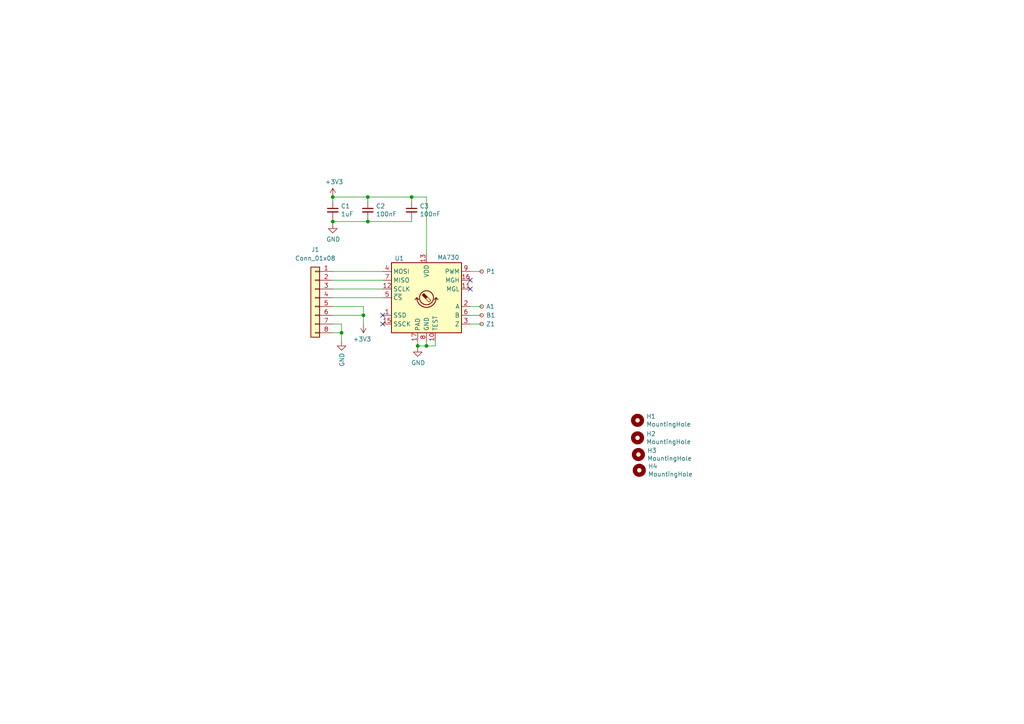
<source format=kicad_sch>
(kicad_sch (version 20211123) (generator eeschema)
  (paper "A4")
  (lib_symbols
    (symbol "Connector:TestPoint_Small" (pin_numbers hide) (pin_names (offset 0.762) hide)
      (property "Reference" "TP" (at 0 3.81 0))
      (property "Value" "TestPoint_Small" (at 0 2.032 0))
      (symbol "TestPoint_Small_0_1"
        (circle (center 0 0) (radius 0.508))
      )
      (symbol "TestPoint_Small_1_1"
        (pin passive line (at 0 0 90) (length 0) (name "1") (number "1"))
      )
    )
    (symbol "Connector_Generic:Conn_01x08" (pin_names (offset 1.016) hide)
      (property "Reference" "J" (at 0 10.16 0))
      (property "Value" "Conn_01x08" (at 0 -12.7 0))
      (symbol "Conn_01x08_1_1"
        (rectangle (start -1.27 -10.033) (end 0 -10.287) (stroke (width 0.1524)))
        (rectangle (start -1.27 -7.493) (end 0 -7.747) (stroke (width 0.1524)))
        (rectangle (start -1.27 -4.953) (end 0 -5.207) (stroke (width 0.1524)))
        (rectangle (start -1.27 -2.413) (end 0 -2.667) (stroke (width 0.1524)))
        (rectangle (start -1.27 0.127) (end 0 -0.127) (stroke (width 0.1524)))
        (rectangle (start -1.27 2.667) (end 0 2.413) (stroke (width 0.1524)))
        (rectangle (start -1.27 5.207) (end 0 4.953) (stroke (width 0.1524)))
        (rectangle (start -1.27 7.747) (end 0 7.493) (stroke (width 0.1524)))
        (rectangle (start -1.27 8.89) (end 1.27 -11.43) (stroke (width 0.254)) (fill (type background)))
        (pin passive line (at -5.08 7.62 0) (length 3.81) (name "Pin_1") (number "1"))
        (pin passive line (at -5.08 5.08 0) (length 3.81) (name "Pin_2") (number "2"))
        (pin passive line (at -5.08 2.54 0) (length 3.81) (name "Pin_3") (number "3"))
        (pin passive line (at -5.08 0 0) (length 3.81) (name "Pin_4") (number "4"))
        (pin passive line (at -5.08 -2.54 0) (length 3.81) (name "Pin_5") (number "5"))
        (pin passive line (at -5.08 -5.08 0) (length 3.81) (name "Pin_6") (number "6"))
        (pin passive line (at -5.08 -7.62 0) (length 3.81) (name "Pin_7") (number "7"))
        (pin passive line (at -5.08 -10.16 0) (length 3.81) (name "Pin_8") (number "8"))
      )
    )
    (symbol "Device:C_Small" (pin_numbers hide) (pin_names (offset 0.254) hide)
      (property "Reference" "C" (at 0.254 1.778 0))
      (property "Value" "C_Small" (at 0.254 -2.032 0))
      (symbol "C_Small_0_1"
        (polyline (pts (xy -1.524 -0.508) (xy 1.524 -0.508)) (stroke (width 0.3302)))
        (polyline (pts (xy -1.524 0.508) (xy 1.524 0.508)) (stroke (width 0.3048)))
      )
      (symbol "C_Small_1_1"
        (pin passive line (at 0 2.54 270) (length 2.032) (name "~") (number "1"))
        (pin passive line (at 0 -2.54 90) (length 2.032) (name "~") (number "2"))
      )
    )
    (symbol "Mechanical:MountingHole" (pin_names (offset 1.016))
      (property "Reference" "H" (at 0 5.08 0))
      (property "Value" "MountingHole" (at 0 3.175 0))
      (symbol "MountingHole_0_1"
        (circle (center 0 0) (radius 1.27) (stroke (width 1.27)))
      )
    )
    (symbol "Sensor_Magnetic:MA730"
      (property "Reference" "U" (at -10.16 11.43 0))
      (property "Value" "MA730" (at 10.16 11.43 0))
      (symbol "MA730_0_1"
        (rectangle (start -10.16 10.16) (end 10.16 -10.16) (stroke (width 0.254)) (fill (type background)))
        (arc (start -2.794 0) (mid 0 -2.794) (end 2.794 0) (stroke (width 0.254)))
        (polyline (pts (xy -2.794 0) (xy -3.302 -0.508)) (stroke (width 0.254)))
        (polyline (pts (xy -2.794 0) (xy -2.286 -0.508)) (stroke (width 0.254)))
        (polyline (pts (xy 2.794 0) (xy 2.286 -0.508)) (stroke (width 0.254)))
        (polyline (pts (xy 2.794 0) (xy 3.302 -0.508)) (stroke (width 0.254)))
      )
      (symbol "MA730_1_1"
        (polyline (pts (xy 0.254 0.254) (xy 1.27 -0.762) (xy 0.762 -1.27) (xy -0.254 -0.254)))
        (polyline (pts (xy -0.762 1.27) (xy 0.254 0.254) (xy -0.254 -0.254) (xy -1.27 0.762) (xy -1.016 1.016) (xy -0.762 1.27) (xy -0.635 1.143)) (fill (type outline)))
        (circle (center 0 0) (radius 2.032) (stroke (width 0.254)))
        (pin output line (at -12.7 -5.08 0) (length 2.54) (name "SSD") (number "1"))
        (pin passive line (at 2.54 -12.7 90) (length 2.54) (name "TEST") (number "10"))
        (pin output line (at 12.7 2.54 180) (length 2.54) (name "MGL") (number "11"))
        (pin input line (at -12.7 2.54 0) (length 2.54) (name "SCLK") (number "12"))
        (pin power_in line (at 0 12.7 270) (length 2.54) (name "VDD") (number "13"))
        (pin no_connect line (at 5.08 -10.16 90) (length 2.54) hide (name "NC") (number "14"))
        (pin input line (at -12.7 -7.62 0) (length 2.54) (name "SSCK") (number "15"))
        (pin output line (at 12.7 5.08 180) (length 2.54) (name "MGH") (number "16"))
        (pin input line (at -2.54 -12.7 90) (length 2.54) (name "PAD") (number "17"))
        (pin output line (at 12.7 -2.54 180) (length 2.54) (name "A") (number "2"))
        (pin output line (at 12.7 -7.62 180) (length 2.54) (name "Z") (number "3"))
        (pin input line (at -12.7 7.62 0) (length 2.54) (name "MOSI") (number "4"))
        (pin input line (at -12.7 0 0) (length 2.54) (name "~{CS}") (number "5"))
        (pin output line (at 12.7 -5.08 180) (length 2.54) (name "B") (number "6"))
        (pin output line (at -12.7 5.08 0) (length 2.54) (name "MISO") (number "7"))
        (pin power_in line (at 0 -12.7 90) (length 2.54) (name "GND") (number "8"))
        (pin output line (at 12.7 7.62 180) (length 2.54) (name "PWM") (number "9"))
      )
    )
    (symbol "power:+3.3V" (power) (pin_names (offset 0))
      (property "Value" "+3.3V" (at 0 3.556 0))
      (symbol "+3.3V_0_1"
        (polyline (pts (xy -0.762 1.27) (xy 0 2.54)))
        (polyline (pts (xy 0 0) (xy 0 2.54)))
        (polyline (pts (xy 0 2.54) (xy 0.762 1.27)))
      )
      (symbol "+3.3V_1_1"
        (pin power_in line (at 0 0 90) (length 0) hide (name "+3V3") (number "1"))
      )
    )
    (symbol "power:GND" (power) (pin_names (offset 0))
      (property "Value" "GND" (at 0 -3.81 0))
      (symbol "GND_0_1"
        (polyline (pts (xy 0 0) (xy 0 -1.27) (xy 1.27 -1.27) (xy 0 -2.54) (xy -1.27 -1.27) (xy 0 -1.27)))
      )
      (symbol "GND_1_1"
        (pin power_in line (at 0 0 270) (length 0) hide (name "GND") (number "1"))
      )
    )
  )
  (junction (at 121.158 100.33))
  (junction (at 99.06 96.52))
  (junction (at 106.68 57.15))
  (junction (at 119.38 57.15))
  (junction (at 96.52 57.15))
  (junction (at 105.41 91.44))
  (junction (at 123.698 100.33))
  (junction (at 106.68 64.262))
  (junction (at 96.52 64.262))
  (no_connect (at 136.398 81.28))
  (no_connect (at 136.398 83.82))
  (no_connect (at 110.998 93.98))
  (no_connect (at 110.998 91.44))
  (wire (pts (xy 123.698 99.06) (xy 123.698 100.33)))
  (wire (pts (xy 105.41 91.44) (xy 105.41 93.98)))
  (wire (pts (xy 96.52 57.15) (xy 106.68 57.15)))
  (wire (pts (xy 110.998 83.82) (xy 96.52 83.82)))
  (wire (pts (xy 123.698 57.15) (xy 123.698 73.66)))
  (wire (pts (xy 96.52 63.5) (xy 96.52 64.262)))
  (wire (pts (xy 123.698 100.33) (xy 121.158 100.33)))
  (wire (pts (xy 106.68 64.262) (xy 119.38 64.262)))
  (wire (pts (xy 136.398 78.74) (xy 139.7 78.74)))
  (wire (pts (xy 136.398 91.44) (xy 139.7 91.44)))
  (wire (pts (xy 106.68 57.15) (xy 106.68 58.42)))
  (wire (pts (xy 121.158 99.06) (xy 121.158 100.33)))
  (wire (pts (xy 106.68 57.15) (xy 119.38 57.15)))
  (wire (pts (xy 96.52 57.15) (xy 96.52 58.42)))
  (wire (pts (xy 126.238 99.06) (xy 126.238 100.33)))
  (wire (pts (xy 110.998 81.28) (xy 96.52 81.28)))
  (wire (pts (xy 110.998 78.74) (xy 96.52 78.74)))
  (wire (pts (xy 96.52 96.52) (xy 99.06 96.52)))
  (wire (pts (xy 106.68 63.5) (xy 106.68 64.262)))
  (wire (pts (xy 105.41 88.9) (xy 105.41 91.44)))
  (wire (pts (xy 96.52 64.262) (xy 106.68 64.262)))
  (wire (pts (xy 96.52 64.262) (xy 96.52 65.024)))
  (wire (pts (xy 96.52 93.98) (xy 99.06 93.98)))
  (wire (pts (xy 99.06 96.52) (xy 99.06 99.06)))
  (wire (pts (xy 136.398 93.98) (xy 139.7 93.98)))
  (wire (pts (xy 96.52 88.9) (xy 105.41 88.9)))
  (wire (pts (xy 110.998 86.36) (xy 96.52 86.36)))
  (wire (pts (xy 96.52 91.44) (xy 105.41 91.44)))
  (wire (pts (xy 99.06 93.98) (xy 99.06 96.52)))
  (wire (pts (xy 121.158 100.33) (xy 121.158 100.838)))
  (wire (pts (xy 123.698 57.15) (xy 119.38 57.15)))
  (wire (pts (xy 119.38 57.15) (xy 119.38 58.42)))
  (wire (pts (xy 119.38 63.5) (xy 119.38 64.262)))
  (wire (pts (xy 136.398 88.9) (xy 139.7 88.9)))
  (wire (pts (xy 126.238 100.33) (xy 123.698 100.33)))
  (symbol (lib_id "power:GND") (at 96.52 65.024 0) (unit 1)
    (property "Reference" "#PWR03" (effects hide))
    (property "Value" "GND" (at 96.647 69.4182 0))
  )
  (symbol (lib_id "Sensor_Magnetic:MA730") (at 123.698 86.36 0) (unit 1)
    (property "Reference" "U1" (at 115.824 74.93 0))
    (property "Value" "MA730" (at 130.048 74.676 0))
    (property "Footprint" "Package_DFN_QFN:QFN-16-1EP_3x3mm_P0.5mm_EP1.75x1.75mm" (effects hide))
    (property "Datasheet" "https://www.monolithicpower.com/pub/media/document/m/a/ma730_r1.01.pdf" (effects hide))
  )
  (symbol (lib_id "power:GND") (at 121.158 100.838 0) (unit 1)
    (property "Reference" "#PWR06" (effects hide))
    (property "Value" "GND" (at 121.285 105.2322 0))
  )
  (symbol (lib_id "power:+3.3V") (at 96.52 57.15 0) (unit 1)
    (property "Reference" "#PWR05" (effects hide))
    (property "Value" "+3.3V" (at 96.901 52.7558 0))
  )
  (symbol (lib_id "power:GND") (at 99.06 99.06 0) (unit 1)
    (property "Reference" "#PWR01" (effects hide))
    (property "Value" "GND" (at 99.187 102.3112 90) (effects (justify right)))
  )
  (symbol (lib_id "Mechanical:MountingHole") (at 184.912 121.92 0) (unit 1)
    (property "Reference" "H1" (at 187.452 120.7516 0) (effects (justify left)))
    (property "Value" "MountingHole" (at 187.452 123.063 0) (effects (justify left)))
    (property "Footprint" "MountingHole:MountingHole_2.2mm_M2" (effects hide))
  )
  (symbol (lib_id "Mechanical:MountingHole") (at 184.912 127 0) (unit 1)
    (property "Reference" "H2" (at 187.452 125.8316 0) (effects (justify left)))
    (property "Value" "MountingHole" (at 187.452 128.143 0) (effects (justify left)))
    (property "Footprint" "MountingHole:MountingHole_2.2mm_M2" (effects hide))
  )
  (symbol (lib_id "Mechanical:MountingHole") (at 185.166 131.826 0) (unit 1)
    (property "Reference" "H3" (at 187.706 130.6576 0) (effects (justify left)))
    (property "Value" "MountingHole" (at 187.706 132.969 0) (effects (justify left)))
    (property "Footprint" "MountingHole:MountingHole_2.2mm_M2" (effects hide))
  )
  (symbol (lib_id "Mechanical:MountingHole") (at 185.42 136.398 0) (unit 1)
    (property "Reference" "H4" (at 187.96 135.2296 0) (effects (justify left)))
    (property "Value" "MountingHole" (at 187.96 137.541 0) (effects (justify left)))
    (property "Footprint" "MountingHole:MountingHole_2.2mm_M2" (effects hide))
  )
  (symbol (lib_id "power:+3.3V") (at 105.41 93.98 180) (unit 1)
    (property "Reference" "#PWR0101" (effects hide))
    (property "Value" "+3.3V" (at 105.029 98.3742 0))
  )
  (symbol (lib_id "Device:C_Small") (at 119.38 60.96 0) (unit 1)
    (property "Reference" "C3" (at 121.7168 59.7916 0) (effects (justify left)))
    (property "Value" "100nF" (at 121.7168 62.103 0) (effects (justify left)))
    (property "Footprint" "Capacitor_SMD:C_0402_1005Metric" (effects hide))
  )
  (symbol (lib_id "Device:C_Small") (at 106.68 60.96 0) (unit 1)
    (property "Reference" "C2" (at 109.0168 59.7916 0) (effects (justify left)))
    (property "Value" "100nF" (at 109.0168 62.103 0) (effects (justify left)))
    (property "Footprint" "Capacitor_SMD:C_0402_1005Metric" (effects hide))
  )
  (symbol (lib_id "Connector:TestPoint_Small") (at 139.7 88.9 0) (unit 1)
    (property "Reference" "A1" (at 140.97 88.8999 0) (effects (justify left)))
    (property "Value" "TestPoint_Small" (effects hide))
    (property "Footprint" "TestPoint:TestPoint_Pad_D1.0mm" (effects hide))
  )
  (symbol (lib_id "Connector_Generic:Conn_01x08") (at 91.44 86.36 0) (mirror y) (unit 1)
    (property "Reference" "J1" (at 91.44 72.39 0))
    (property "Value" "Conn_01x08" (at 91.44 74.93 0))
    (property "Footprint" "Connector_JST:JST_SH_BM08B-SRSS-TB_1x08-1MP_P1.00mm_Vertical" (effects hide))
  )
  (symbol (lib_id "Connector:TestPoint_Small") (at 139.7 93.98 0) (unit 1)
    (property "Reference" "Z1" (at 140.97 93.9799 0) (effects (justify left)))
    (property "Value" "TestPoint_Small" (effects hide))
    (property "Footprint" "TestPoint:TestPoint_Pad_D1.0mm" (effects hide))
  )
  (symbol (lib_id "Device:C_Small") (at 96.52 60.96 0) (unit 1)
    (property "Reference" "C1" (at 98.8568 59.7916 0) (effects (justify left)))
    (property "Value" "1uF" (at 98.8568 62.103 0) (effects (justify left)))
    (property "Footprint" "Capacitor_SMD:C_0402_1005Metric" (effects hide))
  )
  (symbol (lib_id "Connector:TestPoint_Small") (at 139.7 91.44 0) (unit 1)
    (property "Reference" "B1" (at 140.97 91.4399 0) (effects (justify left)))
    (property "Value" "TestPoint_Small" (effects hide))
    (property "Footprint" "TestPoint:TestPoint_Pad_D1.0mm" (effects hide))
  )
  (symbol (lib_id "Connector:TestPoint_Small") (at 139.7 78.74 0) (unit 1)
    (property "Reference" "P1" (at 140.97 78.7399 0) (effects (justify left)))
    (property "Value" "TestPoint_Small" (effects hide))
    (property "Footprint" "TestPoint:TestPoint_Pad_D1.0mm" (effects hide))
  )
)
</source>
